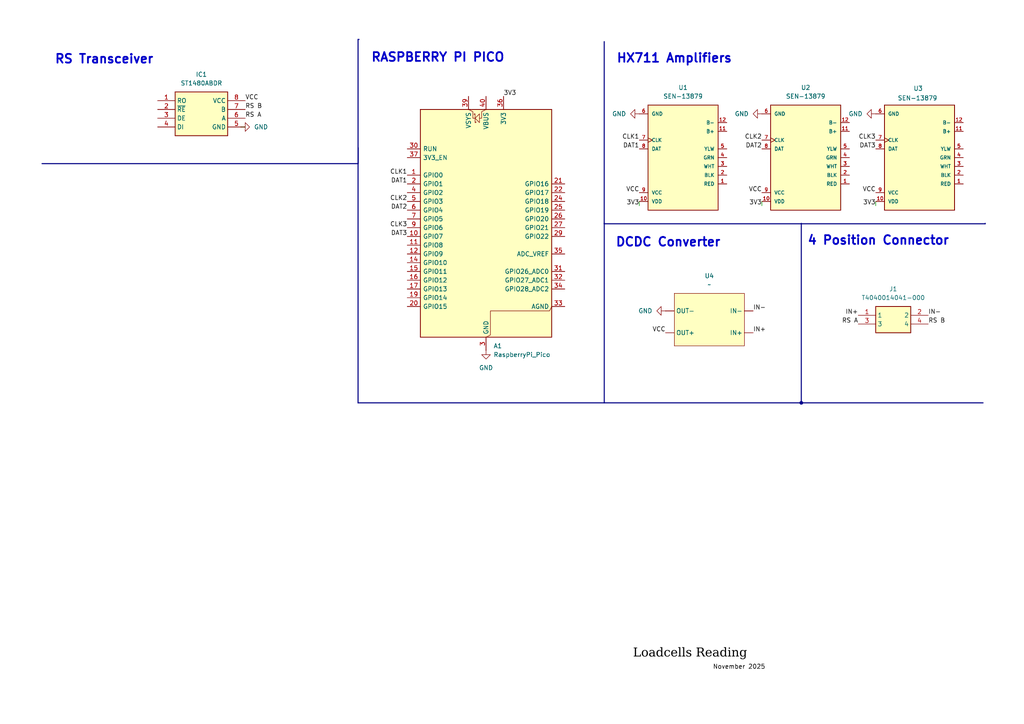
<source format=kicad_sch>
(kicad_sch (version 20250114) (generator "eeschema") (generator_version "9.0")
  (paper "A4")
  (lib_symbols
    (symbol "MCU_Module:RaspberryPi_Pico" (pin_names (offset 0.762))
      (property "Reference" "A" (at -19.05 35.56 0))
      (property "Value" "RaspberryPi_Pico" (at 7.62 35.56 0))
      (symbol "RaspberryPi_Pico_0_1"
        (rectangle (start -19.05 34.29) (end 19.05 -31.75) (stroke (width 0.254)) (fill (type background)))
        (polyline (pts (xy -5.08 34.29) (xy -3.81 33.655) (xy -3.81 31.75) (xy -3.175 31.75)))
        (polyline (pts (xy -3.429 32.766) (xy -3.429 33.02) (xy -3.175 33.02) (xy -3.175 30.48) (xy -2.921 30.48) (xy -2.921 30.734)))
        (polyline (pts (xy -3.175 31.75) (xy -1.905 33.02) (xy -1.905 30.48) (xy -3.175 31.75)))
        (polyline (pts (xy 0 34.29) (xy -1.27 33.655) (xy -1.27 31.75) (xy -1.905 31.75)))
        (polyline (pts (xy 0 -31.75) (xy 1.27 -31.115) (xy 1.27 -24.13) (xy 18.415 -24.13) (xy 19.05 -22.86)))
      )
      (symbol "RaspberryPi_Pico_1_1"
        (pin passive line (at -22.86 22.86 0) (length 3.81) (name "RUN") (number "30"))
        (pin passive line (at -22.86 20.32 0) (length 3.81) (name "3V3_EN") (number "37"))
        (pin bidirectional line (at -22.86 15.24 0) (length 3.81) (name "GPIO0") (number "1"))
        (pin bidirectional line (at -22.86 12.7 0) (length 3.81) (name "GPIO1") (number "2"))
        (pin bidirectional line (at -22.86 10.16 0) (length 3.81) (name "GPIO2") (number "4"))
        (pin bidirectional line (at -22.86 7.62 0) (length 3.81) (name "GPIO3") (number "5"))
        (pin bidirectional line (at -22.86 5.08 0) (length 3.81) (name "GPIO4") (number "6"))
        (pin bidirectional line (at -22.86 2.54 0) (length 3.81) (name "GPIO5") (number "7"))
        (pin bidirectional line (at -22.86 0 0) (length 3.81) (name "GPIO6") (number "9"))
        (pin bidirectional line (at -22.86 -2.54 0) (length 3.81) (name "GPIO7") (number "10"))
        (pin bidirectional line (at -22.86 -5.08 0) (length 3.81) (name "GPIO8") (number "11"))
        (pin bidirectional line (at -22.86 -7.62 0) (length 3.81) (name "GPIO9") (number "12"))
        (pin bidirectional line (at -22.86 -10.16 0) (length 3.81) (name "GPIO10") (number "14"))
        (pin bidirectional line (at -22.86 -12.7 0) (length 3.81) (name "GPIO11") (number "15"))
        (pin bidirectional line (at -22.86 -15.24 0) (length 3.81) (name "GPIO12") (number "16"))
        (pin bidirectional line (at -22.86 -17.78 0) (length 3.81) (name "GPIO13") (number "17"))
        (pin bidirectional line (at -22.86 -20.32 0) (length 3.81) (name "GPIO14") (number "19"))
        (pin bidirectional line (at -22.86 -22.86 0) (length 3.81) (name "GPIO15") (number "20"))
        (pin power_in line (at -5.08 38.1 270) (length 3.81) (name "VSYS") (number "39"))
        (pin power_out line (at 0 38.1 270) (length 3.81) (name "VBUS") (number "40"))
        (pin passive line (at 0 -35.56 90) (length 3.81) (hide yes) (name "GND") (number "13"))
        (pin passive line (at 0 -35.56 90) (length 3.81) (hide yes) (name "GND") (number "18"))
        (pin passive line (at 0 -35.56 90) (length 3.81) (hide yes) (name "GND") (number "23"))
        (pin passive line (at 0 -35.56 90) (length 3.81) (hide yes) (name "GND") (number "28"))
        (pin power_out line (at 0 -35.56 90) (length 3.81) (name "GND") (number "3"))
        (pin passive line (at 0 -35.56 90) (length 3.81) (hide yes) (name "GND") (number "38"))
        (pin passive line (at 0 -35.56 90) (length 3.81) (hide yes) (name "GND") (number "8"))
        (pin power_out line (at 5.08 38.1 270) (length 3.81) (name "3V3") (number "36"))
        (pin bidirectional line (at 22.86 12.7 180) (length 3.81) (name "GPIO16") (number "21"))
        (pin bidirectional line (at 22.86 10.16 180) (length 3.81) (name "GPIO17") (number "22"))
        (pin bidirectional line (at 22.86 7.62 180) (length 3.81) (name "GPIO18") (number "24"))
        (pin bidirectional line (at 22.86 5.08 180) (length 3.81) (name "GPIO19") (number "25"))
        (pin bidirectional line (at 22.86 2.54 180) (length 3.81) (name "GPIO20") (number "26"))
        (pin bidirectional line (at 22.86 0 180) (length 3.81) (name "GPIO21") (number "27"))
        (pin bidirectional line (at 22.86 -2.54 180) (length 3.81) (name "GPIO22") (number "29"))
        (pin power_in line (at 22.86 -7.62 180) (length 3.81) (name "ADC_VREF") (number "35"))
        (pin bidirectional line (at 22.86 -12.7 180) (length 3.81) (name "GPIO26_ADC0") (number "31"))
        (pin bidirectional line (at 22.86 -15.24 180) (length 3.81) (name "GPIO27_ADC1") (number "32"))
        (pin bidirectional line (at 22.86 -17.78 180) (length 3.81) (name "GPIO28_ADC2") (number "34"))
        (pin power_out line (at 22.86 -22.86 180) (length 3.81) (name "AGND") (number "33"))
      )
    )
    (symbol "Mini Dc-Dc:MiniDCDCBoost"
      (property "Reference" "U" (at 0 0 0))
      (symbol "MiniDCDCBoost_1_1"
        (rectangle (start -10.16 7.62) (end 10.16 -7.62) (fill (type background)))
        (pin input line (at -12.7 3.81 0) (length 2.54) (name "IN+") (number ""))
        (pin input line (at -12.7 -2.54 0) (length 2.54) (name "IN-") (number ""))
        (pin output line (at 12.7 3.81 180) (length 2.54) (name "OUT+") (number ""))
        (pin output line (at 12.7 -2.54 180) (length 2.54) (name "OUT-") (number ""))
      )
    )
    (symbol "SEN-13879:SEN-13879" (pin_names (offset 1.016))
      (property "Reference" "U" (at -10.172 15.8938 0))
      (property "Value" "SEN-13879" (at -10.1639 -17.7868 0))
      (symbol "SEN-13879_0_0"
        (rectangle (start -10.16 -15.24) (end 10.16 15.24) (stroke (width 0.254)) (fill (type background)))
        (pin bidirectional line (at -12.7 7.62 0) (length 2.54) (name "RED") (number "1"))
        (pin bidirectional line (at -12.7 5.08 0) (length 2.54) (name "BLK") (number "2"))
        (pin input line (at -12.7 2.54 0) (length 2.54) (name "WHT") (number "3"))
        (pin input line (at -12.7 0 0) (length 2.54) (name "GRN") (number "4"))
        (pin bidirectional line (at -12.7 -2.54 0) (length 2.54) (name "YLW") (number "5"))
        (pin input line (at -12.7 -7.62 0) (length 2.54) (name "B+") (number "11"))
        (pin input line (at -12.7 -10.16 0) (length 2.54) (name "B-") (number "12"))
        (pin power_in line (at 12.7 12.7 180) (length 2.54) (name "VDD") (number "10"))
        (pin power_in line (at 12.7 10.16 180) (length 2.54) (name "VCC") (number "9"))
        (pin output line (at 12.7 -2.54 180) (length 2.54) (name "DAT") (number "8"))
        (pin input clock (at 12.7 -5.08 180) (length 2.54) (name "CLK") (number "7"))
        (pin power_in line (at 12.7 -12.7 180) (length 2.54) (name "GND") (number "6"))
      )
    )
    (symbol "ST1480ABDR:ST1480ABDR"
      (property "Reference" "IC" (at 21.59 7.62 0))
      (property "Value" "ST1480ABDR" (at 21.59 5.08 0))
      (symbol "ST1480ABDR_1_1"
        (rectangle (start 5.08 2.54) (end 20.32 -10.16) (stroke (width 0.254)) (fill (type background)))
        (pin passive line (at 0 0 0) (length 5.08) (name "RO") (number "1"))
        (pin passive line (at 0 -2.54 0) (length 5.08) (name "~{RE}") (number "2"))
        (pin passive line (at 0 -5.08 0) (length 5.08) (name "DE") (number "3"))
        (pin passive line (at 0 -7.62 0) (length 5.08) (name "DI") (number "4"))
        (pin passive line (at 25.4 0 180) (length 5.08) (name "VCC") (number "8"))
        (pin passive line (at 25.4 -2.54 180) (length 5.08) (name "B") (number "7"))
        (pin passive line (at 25.4 -5.08 180) (length 5.08) (name "A") (number "6"))
        (pin passive line (at 25.4 -7.62 180) (length 5.08) (name "GND") (number "5"))
      )
    )
    (symbol "T4040014041-000:T4040014041-000"
      (property "Reference" "J" (at 16.51 7.62 0))
      (property "Value" "T4040014041-000" (at 16.51 5.08 0))
      (symbol "T4040014041-000_1_1"
        (rectangle (start 5.08 2.54) (end 15.24 -5.08) (stroke (width 0.254)) (fill (type background)))
        (pin passive line (at 0 0 0) (length 5.08) (name "1") (number "1"))
        (pin passive line (at 0 -2.54 0) (length 5.08) (name "3") (number "3"))
        (pin passive line (at 20.32 0 180) (length 5.08) (name "2") (number "2"))
        (pin passive line (at 20.32 -2.54 180) (length 5.08) (name "4") (number "4"))
      )
    )
    (symbol "power:GND" (power) (pin_numbers (hide yes)) (pin_names (offset 0) (hide yes))
      (property "Value" "GND" (at 0 -3.81 0))
      (symbol "GND_0_1"
        (polyline (pts (xy 0 0) (xy 0 -1.27) (xy 1.27 -1.27) (xy 0 -2.54) (xy -1.27 -1.27) (xy 0 -1.27)))
      )
      (symbol "GND_1_1"
        (pin power_in line (at 0 0 270) (length 0) (name "~") (number "1"))
      )
    )
  )
  (text "RS Transceiver" (at 30.226 17.272 0) (effects (font (size 2.54 2.54) (thickness 0.508) (bold yes))))
  (text "HX711 Amplifiers" (at 195.58 17.018 0) (effects (font (size 2.54 2.54) (thickness 0.508) (bold yes))))
  (text "RASPBERRY PI PICO" (at 127 16.764 0) (effects (font (size 2.54 2.54) (thickness 0.508) (bold yes))))
  (text "DCDC Converter" (at 193.802 70.358 0) (effects (font (size 2.54 2.54) (thickness 0.508) (bold yes))))
  (text "November 2025" (at 214.376 193.548 0) (effects (font (size 1.27 1.27))))
  (text "Loadcells Reading" (at 200.152 190.246 0) (effects (font (size 2.54 2.54) (thickness 0.254))))
  (text "4 Position Connector" (at 254.762 69.85 0) (effects (font (size 2.54 2.54) (thickness 0.508) (bold yes))))
  (junction (at 232.41 116.84))
  (bus (pts (xy 103.8523 116.84) (xy 232.41 116.84)))
  (bus (pts (xy 103.8523 11.43) (xy 104.14 11.43)))
  (bus (pts (xy 103.8827 47.4598) (xy 103.8827 42.8369)))
  (wire (pts (xy 185.42 59.69) (xy 185.42 58.42)))
  (wire (pts (xy 69.85 36.83) (xy 71.12 36.83)))
  (bus (pts (xy 175.26 64.77) (xy 175.26 116.84)))
  (bus (pts (xy 12.1929 47.4598) (xy 103.8827 47.4598)))
  (bus (pts (xy 175.2517 12.0667) (xy 175.2517 64.902)))
  (bus (pts (xy 175.2517 64.902) (xy 285.75 64.902)))
  (wire (pts (xy 220.98 59.69) (xy 220.98 58.42)))
  (bus (pts (xy 103.8523 116.84) (xy 103.8523 11.43)))
  (bus (pts (xy 285.75 64.77) (xy 285.75 64.902)))
  (bus (pts (xy 232.41 116.84) (xy 285.127 116.84)))
  (bus (pts (xy 232.41 64.77) (xy 232.41 116.84)))
  (wire (pts (xy 254 59.69) (xy 254 58.42)))
  (label "3V3" (at 254 59.69 180))
  (label "3V3" (at 146.05 27.94 0))
  (label "VCC" (at 220.98 55.88 180) (effects (font (thickness 0.1588))))
  (label "CLK2" (at 118.11 58.42 180) (effects (font (thickness 0.1588))))
  (label "RS B" (at 269.24 93.98 0))
  (label "DAT1" (at 185.42 43.18 180) (effects (font (thickness 0.1588))))
  (label "DAT2" (at 118.11 60.96 180) (effects (font (thickness 0.1588))))
  (label "CLK3" (at 254 40.64 180) (effects (font (thickness 0.1588))))
  (label "IN-" (at 218.44 90.17 0) (effects (font (thickness 0.1588))))
  (label "IN+" (at 248.92 91.44 180) (effects (font (thickness 0.1588))))
  (label "CLK1" (at 118.11 50.8 180) (effects (font (thickness 0.1588))))
  (label "3V3" (at 220.98 59.69 180))
  (label "IN-" (at 269.24 91.44 0) (effects (font (thickness 0.1588))))
  (label "VCC" (at 193.04 96.52 180) (effects (font (thickness 0.1588))))
  (label "RS B" (at 71.12 31.75 0))
  (label "DAT2" (at 220.98 43.18 180) (effects (font (thickness 0.1588))))
  (label "DAT3" (at 118.11 68.58 180) (effects (font (thickness 0.1588))))
  (label "RS A" (at 248.92 93.98 180) (effects (font (thickness 0.1588))))
  (label "RS A" (at 71.12 34.29 0) (effects (font (thickness 0.1588))))
  (label "VCC" (at 254 55.88 180) (effects (font (thickness 0.1588))))
  (label "VCC" (at 71.12 29.21 0) (effects (font (thickness 0.1588))))
  (label "VCC" (at 185.42 55.88 180) (effects (font (thickness 0.1588))))
  (label "CLK1" (at 185.42 40.64 180) (effects (font (thickness 0.1588))))
  (label "CLK2" (at 220.98 40.64 180) (effects (font (thickness 0.1588))))
  (label "3V3" (at 185.42 59.69 180))
  (label "DAT1" (at 118.11 53.34 180) (effects (font (thickness 0.1588))))
  (label "CLK3" (at 118.11 66.04 180) (effects (font (thickness 0.1588))))
  (label "DAT3" (at 254 43.18 180) (effects (font (thickness 0.1588))))
  (label "IN+" (at 218.44 96.52 0) (effects (font (thickness 0.1588))))
  (symbol (lib_id "SEN-13879:SEN-13879") (at 198.12 45.72 180) (unit 1)
    (property "Reference" "U1" (at 198.12 25.4 0))
    (property "Value" "SEN-13879" (at 198.12 27.94 0))
    (property "Footprint" "SEN-13879:SPARKFUN_SEN-13879" (effects (hide yes)))
    (property "MF" "Sparkfun Electronics" (effects (hide yes)))
    (property "Description_1" "HX711 Load Cell Amplifier [SparkFun Electronics] SEN-13879 HX711 Load Cell Amplifier 845156007615" (effects (hide yes)))
    (property "Package" "None" (effects (hide yes)))
    (property "Price" "None" (effects (hide yes)))
    (property "Check_prices" "https://www.snapeda.com/parts/SEN13879/SparkFun/view-part/?ref=eda" (effects (hide yes)))
    (property "STANDARD" "Manufacturer Recommendations" (effects (hide yes)))
    (property "SnapEDA_Link" "https://www.snapeda.com/parts/SEN13879/SparkFun/view-part/?ref=snap" (effects (hide yes)))
    (property "MP" "SEN13879" (effects (hide yes)))
    (property "Availability" "In Stock" (effects (hide yes)))
    (property "MANUFACTURER" "SparkFun" (effects (hide yes)))
  )
  (symbol (lib_id "SEN-13879:SEN-13879") (at 266.7 45.72 180) (unit 1)
    (property "Reference" "U3" (at 264.922 25.654 0) (effects (justify right)))
    (property "Value" "SEN-13879" (at 260.35 28.448 0) (effects (justify right)))
    (property "Footprint" "SEN-13879:SPARKFUN_SEN-13879" (effects (hide yes)))
    (property "MF" "Sparkfun Electronics" (effects (hide yes)))
    (property "Description_1" "HX711 Load Cell Amplifier [SparkFun Electronics] SEN-13879 HX711 Load Cell Amplifier 845156007615" (effects (hide yes)))
    (property "Package" "None" (effects (hide yes)))
    (property "Price" "None" (effects (hide yes)))
    (property "Check_prices" "https://www.snapeda.com/parts/SEN13879/SparkFun/view-part/?ref=eda" (effects (hide yes)))
    (property "STANDARD" "Manufacturer Recommendations" (effects (hide yes)))
    (property "SnapEDA_Link" "https://www.snapeda.com/parts/SEN13879/SparkFun/view-part/?ref=snap" (effects (hide yes)))
    (property "MP" "SEN13879" (effects (hide yes)))
    (property "Availability" "In Stock" (effects (hide yes)))
    (property "MANUFACTURER" "SparkFun" (effects (hide yes)))
  )
  (symbol (lib_id "MCU_Module:RaspberryPi_Pico") (at 140.97 66.04 0) (unit 1)
    (property "Reference" "A1" (at 143.1133 100.33 0) (effects (justify left)))
    (property "Value" "RaspberryPi_Pico" (at 143.1133 102.87 0) (effects (justify left)))
    (property "Footprint" "Module:RaspberryPi_Pico_Common_Unspecified" (effects (hide yes)))
    (property "Datasheet" "https://datasheets.raspberrypi.com/pico/pico-datasheet.pdf" (effects (hide yes)))
    (property "Description" "Versatile and inexpensive microcontroller module powered by RP2040 dual-core Arm Cortex-M0+ processor up to 133 MHz, 264kB SRAM, 2MB QSPI flash; also supports Raspberry Pi Pico 2" (effects (hide yes)))
  )
  (symbol (lib_id "SEN-13879:SEN-13879") (at 233.68 45.72 180) (unit 1)
    (property "Reference" "U2" (at 233.68 25.4 0))
    (property "Value" "SEN-13879" (at 233.68 27.94 0))
    (property "Footprint" "SEN-13879:SPARKFUN_SEN-13879" (effects (hide yes)))
    (property "MF" "Sparkfun Electronics" (effects (hide yes)))
    (property "Description_1" "HX711 Load Cell Amplifier [SparkFun Electronics] SEN-13879 HX711 Load Cell Amplifier 845156007615" (effects (hide yes)))
    (property "Package" "None" (effects (hide yes)))
    (property "Price" "None" (effects (hide yes)))
    (property "Check_prices" "https://www.snapeda.com/parts/SEN13879/SparkFun/view-part/?ref=eda" (effects (hide yes)))
    (property "STANDARD" "Manufacturer Recommendations" (effects (hide yes)))
    (property "SnapEDA_Link" "https://www.snapeda.com/parts/SEN13879/SparkFun/view-part/?ref=snap" (effects (hide yes)))
    (property "MP" "SEN13879" (effects (hide yes)))
    (property "Availability" "In Stock" (effects (hide yes)))
    (property "MANUFACTURER" "SparkFun" (effects (hide yes)))
  )
  (symbol (lib_id "power:GND") (at 185.42 33.02 270) (unit 1)
    (property "Reference" "#PWR05" (effects (hide yes)))
    (property "Value" "GND" (at 181.61 33.0199 90) (effects (justify right)))
    (property "Description" "Power symbol creates a global label with name \"GND\" , ground" (effects (hide yes)))
  )
  (symbol (lib_id "power:GND") (at 193.04 90.17 270) (unit 1)
    (property "Reference" "#PWR01" (effects (hide yes)))
    (property "Value" "GND" (at 189.23 90.1699 90) (effects (justify right)))
    (property "Description" "Power symbol creates a global label with name \"GND\" , ground" (effects (hide yes)))
  )
  (symbol (lib_id "power:GND") (at 254 33.02 270) (unit 1)
    (property "Reference" "#PWR07" (effects (hide yes)))
    (property "Value" "GND" (at 250.19 33.0199 90) (effects (justify right)))
    (property "Description" "Power symbol creates a global label with name \"GND\" , ground" (effects (hide yes)))
  )
  (symbol (lib_id "power:GND") (at 140.97 101.6 0) (unit 1)
    (property "Reference" "#PWR02" (effects (hide yes)))
    (property "Value" "GND" (at 140.97 106.68 0))
    (property "Description" "Power symbol creates a global label with name \"GND\" , ground" (effects (hide yes)))
  )
  (symbol (lib_id "T4040014041-000:T4040014041-000") (at 248.92 91.44 0) (unit 1)
    (property "Reference" "J1" (at 259.08 83.82 0))
    (property "Value" "T4040014041-000" (at 259.08 86.36 0))
    (property "Footprint" "T4040014041000" (effects (hide yes)))
    (property "Datasheet" "https://www.te.com/commerce/DocumentDelivery/DDEController?Action=srchrtrv&DocNm=1-1773701-8_M8M12_CONNECTOR_SYSTEM&DocType=Catalog%20Section&DocLang=Japanese&PartCntxt=T4040014041-000&DocFormat=pdf" (effects (hide yes)))
    (property "Description" "Body Features: Shell Base Material Brass | Environmental Protection IP67 | Shell Plating Material Nickel | O-Ring Material Silicone | Circular Connector Insulation Material Type Polyamide 67 GF30 | Peripheral Seal Material Silicone | Environmental Protection Type Sealed | Configuration Features: Factory Installed Backshell No | Number of Signal Positions 4 | Number of Positions 4 | Keying & Polarized Position Locations A | Contacts Preloaded Yes | Number of Power Positions 0 | Keying A | Contact Features: C" (effects (hide yes)))
    (property "Height" "17.05" (effects (hide yes)))
    (property "Mouser Part Number" "571-T4040014041-000" (effects (hide yes)))
    (property "Mouser Price/Stock" "https://www.mouser.co.uk/ProductDetail/TE-Connectivity/T4040014041-000?qs=1mbolxNpo8dqP6K8JNv3Kw%3D%3D" (effects (hide yes)))
    (property "Manufacturer_Name" "TE Connectivity" (effects (hide yes)))
    (property "Manufacturer_Part_Number" "T4040014041-000" (effects (hide yes)))
  )
  (symbol (lib_id "power:GND") (at 69.85 36.83 90) (unit 1)
    (property "Reference" "#PWR03" (effects (hide yes)))
    (property "Value" "GND" (at 73.66 36.8299 90) (effects (justify right)))
    (property "Description" "Power symbol creates a global label with name \"GND\" , ground" (effects (hide yes)))
  )
  (symbol (lib_id "power:GND") (at 220.98 33.02 270) (unit 1)
    (property "Reference" "#PWR06" (effects (hide yes)))
    (property "Value" "GND" (at 217.17 33.0199 90) (effects (justify right)))
    (property "Description" "Power symbol creates a global label with name \"GND\" , ground" (effects (hide yes)))
  )
  (symbol (lib_id "ST1480ABDR:ST1480ABDR") (at 45.72 29.21 0) (unit 1)
    (property "Reference" "IC1" (at 58.42 21.59 0))
    (property "Value" "ST1480ABDR" (at 58.42 24.13 0))
    (property "Footprint" "SOIC127P600X175-8N" (effects (hide yes)))
    (property "Datasheet" "https://www.st.com/resource/en/datasheet/st1480ab.pdf" (effects (hide yes)))
    (property "Description" "STMicroelectronics ST1480ABDR, Line Transceiver, RS-422/ RS-485, 3.3 V, 8-Pin SOIC" (effects (hide yes)))
    (property "Height" "1.75" (effects (hide yes)))
    (property "Mouser Part Number" "511-ST1480ABDR" (effects (hide yes)))
    (property "Mouser Price/Stock" "https://www.mouser.co.uk/ProductDetail/STMicroelectronics/ST1480ABDR?qs=U1cgCdF9Le885kMYiMY8iw%3D%3D" (effects (hide yes)))
    (property "Manufacturer_Name" "STMicroelectronics" (effects (hide yes)))
    (property "Manufacturer_Part_Number" "ST1480ABDR" (effects (hide yes)))
  )
  (symbol (lib_id "Mini Dc-Dc:MiniDCDCBoost") (at 205.74 92.71 180) (unit 1)
    (property "Reference" "U4" (at 205.74 80.01 0))
    (property "Value" "~" (at 205.74 82.55 0))
  )
)
</source>
